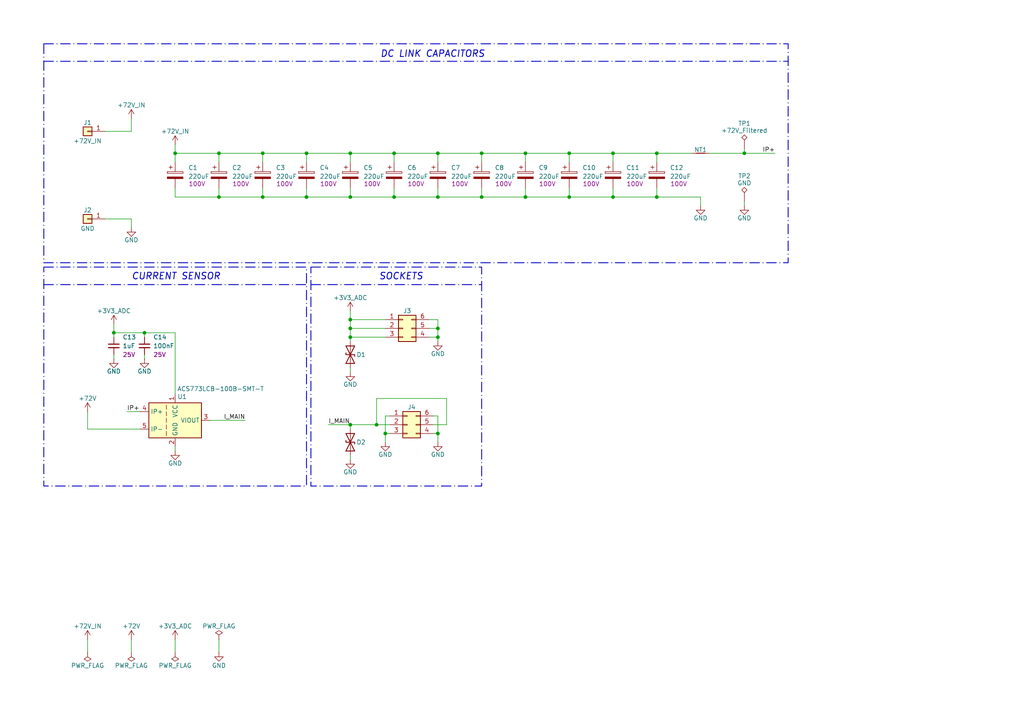
<source format=kicad_sch>
(kicad_sch (version 20231120) (generator "eeschema") (generator_version "8.0")
  (paper "A4")
  (lib_symbols
    (symbol "Connector:TestPoint_Alt" (pin_numbers hide) (pin_names (offset 0.762) hide)
      (property "Reference" "TP" (at 0 6.858 0))
      (property "Value" "TestPoint_Alt" (at 0 5.08 0))
      (symbol "TestPoint_Alt_0_1"
        (polyline (pts (xy 0 2.54) (xy -0.762 3.302) (xy 0 4.064) (xy 0.762 3.302) (xy 0 2.54)))
      )
      (symbol "TestPoint_Alt_1_1"
        (pin passive line (at 0 0 90) (length 2.54) (name "1") (number "1"))
      )
    )
    (symbol "Connector_Generic:Conn_01x01" (pin_names (offset 1.016) hide)
      (property "Reference" "J" (at 0 2.54 0))
      (property "Value" "Conn_01x01" (at 0 -2.54 0))
      (symbol "Conn_01x01_1_1"
        (rectangle (start -1.27 0.127) (end 0 -0.127) (stroke (width 0.1524)))
        (rectangle (start -1.27 1.27) (end 1.27 -1.27) (stroke (width 0.254)) (fill (type background)))
        (pin passive line (at -5.08 0 0) (length 3.81) (name "Pin_1") (number "1"))
      )
    )
    (symbol "Connector_Generic:Conn_02x03_Counter_Clockwise" (pin_names (offset 1.016) hide)
      (property "Reference" "J" (at 1.27 5.08 0))
      (property "Value" "Conn_02x03_Counter_Clockwise" (at 1.27 -5.08 0))
      (symbol "Conn_02x03_Counter_Clockwise_1_1"
        (rectangle (start -1.27 -2.413) (end 0 -2.667) (stroke (width 0.1524)))
        (rectangle (start -1.27 0.127) (end 0 -0.127) (stroke (width 0.1524)))
        (rectangle (start -1.27 2.667) (end 0 2.413) (stroke (width 0.1524)))
        (rectangle (start -1.27 3.81) (end 3.81 -3.81) (stroke (width 0.254)) (fill (type background)))
        (rectangle (start 3.81 -2.413) (end 2.54 -2.667) (stroke (width 0.1524)))
        (rectangle (start 3.81 0.127) (end 2.54 -0.127) (stroke (width 0.1524)))
        (rectangle (start 3.81 2.667) (end 2.54 2.413) (stroke (width 0.1524)))
        (pin passive line (at -5.08 2.54 0) (length 3.81) (name "Pin_1") (number "1"))
        (pin passive line (at -5.08 0 0) (length 3.81) (name "Pin_2") (number "2"))
        (pin passive line (at -5.08 -2.54 0) (length 3.81) (name "Pin_3") (number "3"))
        (pin passive line (at 7.62 -2.54 180) (length 3.81) (name "Pin_4") (number "4"))
        (pin passive line (at 7.62 0 180) (length 3.81) (name "Pin_5") (number "5"))
        (pin passive line (at 7.62 2.54 180) (length 3.81) (name "Pin_6") (number "6"))
      )
    )
    (symbol "Device:C_Polarized" (pin_numbers hide) (pin_names (offset 0.254))
      (property "Reference" "C" (at 0.635 2.54 0))
      (property "Value" "C_Polarized" (at 0.635 -2.54 0))
      (symbol "C_Polarized_0_1"
        (rectangle (start -2.286 0.508) (end 2.286 1.016))
        (polyline (pts (xy -1.778 2.286) (xy -0.762 2.286)))
        (polyline (pts (xy -1.27 2.794) (xy -1.27 1.778)))
        (rectangle (start 2.286 -0.508) (end -2.286 -1.016) (fill (type outline)))
      )
      (symbol "C_Polarized_1_1"
        (pin passive line (at 0 3.81 270) (length 2.794) (name "~") (number "1"))
        (pin passive line (at 0 -3.81 90) (length 2.794) (name "~") (number "2"))
      )
    )
    (symbol "Device:C_Small" (pin_numbers hide) (pin_names (offset 0.254) hide)
      (property "Reference" "C" (at 0.254 1.778 0))
      (property "Value" "C_Small" (at 0.254 -2.032 0))
      (symbol "C_Small_0_1"
        (polyline (pts (xy -1.524 -0.508) (xy 1.524 -0.508)) (stroke (width 0.3302)))
        (polyline (pts (xy -1.524 0.508) (xy 1.524 0.508)) (stroke (width 0.3048)))
      )
      (symbol "C_Small_1_1"
        (pin passive line (at 0 2.54 270) (length 2.032) (name "~") (number "1"))
        (pin passive line (at 0 -2.54 90) (length 2.032) (name "~") (number "2"))
      )
    )
    (symbol "Device:D_TVS" (pin_numbers hide) (pin_names (offset 1.016) hide)
      (property "Reference" "D" (at 0 2.54 0))
      (property "Value" "D_TVS" (at 0 -2.54 0))
      (symbol "D_TVS_0_1"
        (polyline (pts (xy 1.27 0) (xy -1.27 0)))
        (polyline (pts (xy 0.508 1.27) (xy 0 1.27) (xy 0 -1.27) (xy -0.508 -1.27)) (stroke (width 0.254)))
        (polyline (pts (xy -2.54 1.27) (xy -2.54 -1.27) (xy 2.54 1.27) (xy 2.54 -1.27) (xy -2.54 1.27)) (stroke (width 0.254)))
      )
      (symbol "D_TVS_1_1"
        (pin passive line (at -3.81 0 0) (length 2.54) (name "A1") (number "1"))
        (pin passive line (at 3.81 0 180) (length 2.54) (name "A2") (number "2"))
      )
    )
    (symbol "Device:NetTie_2" (pin_numbers hide) (pin_names (offset 0) hide) (in_bom no)
      (property "Reference" "NT" (at 0 1.27 0))
      (property "Value" "NetTie_2" (at 0 -1.27 0))
      (symbol "NetTie_2_0_1"
        (polyline (pts (xy -1.27 0) (xy 1.27 0)) (stroke (width 0.254)))
      )
      (symbol "NetTie_2_1_1"
        (pin passive line (at -2.54 0 0) (length 2.54) (name "1") (number "1"))
        (pin passive line (at 2.54 0 180) (length 2.54) (name "2") (number "2"))
      )
    )
    (symbol "Sensor_Current:ACS770xCB-100U-PSF"
      (property "Reference" "U" (at -7.62 6.35 0))
      (property "Value" "ACS770xCB-100U-PSF" (at 2.54 6.35 0))
      (symbol "ACS770xCB-100U-PSF_0_1"
        (rectangle (start -7.62 5.08) (end 7.62 -5.08) (stroke (width 0.254)) (fill (type background)))
        (polyline (pts (xy -2.54 -3.175) (xy -2.54 -4.445)))
        (polyline (pts (xy -2.54 -1.27) (xy -2.54 -2.54)))
        (polyline (pts (xy -2.54 0.635) (xy -2.54 -0.635)))
        (polyline (pts (xy -2.54 1.27) (xy -2.54 2.54)))
        (polyline (pts (xy -2.54 3.175) (xy -2.54 4.445)))
      )
      (symbol "ACS770xCB-100U-PSF_1_1"
        (pin power_in line (at 0 7.62 270) (length 2.54) (name "VCC") (number "1"))
        (pin power_in line (at 0 -7.62 90) (length 2.54) (name "GND") (number "2"))
        (pin output line (at 10.16 0 180) (length 2.54) (name "VIOUT") (number "3"))
        (pin passive line (at -10.16 2.54 0) (length 2.54) (name "IP+") (number "4"))
        (pin passive line (at -10.16 -2.54 0) (length 2.54) (name "IP-") (number "5"))
      )
    )
    (symbol "power:GND" (power) (pin_numbers hide) (pin_names (offset 0) hide)
      (property "Value" "GND" (at 0 -3.81 0))
      (symbol "GND_0_1"
        (polyline (pts (xy 0 0) (xy 0 -1.27) (xy 1.27 -1.27) (xy 0 -2.54) (xy -1.27 -1.27) (xy 0 -1.27)))
      )
      (symbol "GND_1_1"
        (pin power_in line (at 0 0 270) (length 0) (name "~") (number "1"))
      )
    )
    (symbol "power:PWR_FLAG" (power) (pin_numbers hide) (pin_names (offset 0) hide)
      (property "Value" "PWR_FLAG" (at 0 3.81 0))
      (symbol "PWR_FLAG_0_0"
        (pin power_out line (at 0 0 90) (length 0) (name "~") (number "1"))
      )
      (symbol "PWR_FLAG_0_1"
        (polyline (pts (xy 0 0) (xy 0 1.27) (xy -1.016 1.905) (xy 0 2.54) (xy 1.016 1.905) (xy 0 1.27)))
      )
    )
    (symbol "power:VCC" (power) (pin_numbers hide) (pin_names (offset 0) hide)
      (property "Value" "VCC" (at 0 3.556 0))
      (symbol "VCC_0_1"
        (polyline (pts (xy -0.762 1.27) (xy 0 2.54)))
        (polyline (pts (xy 0 0) (xy 0 2.54)))
        (polyline (pts (xy 0 2.54) (xy 0.762 1.27)))
      )
      (symbol "VCC_1_1"
        (pin power_in line (at 0 0 90) (length 0) (name "~") (number "1"))
      )
    )
  )
  (junction (at 101.6 95.25))
  (junction (at 152.4 44.45))
  (junction (at 152.4 57.15))
  (junction (at 101.6 44.45))
  (junction (at 114.3 44.45))
  (junction (at 127 97.79))
  (junction (at 101.6 57.15))
  (junction (at 111.76 125.73))
  (junction (at 63.5 57.15))
  (junction (at 165.1 57.15))
  (junction (at 76.2 57.15))
  (junction (at 109.22 123.19))
  (junction (at 127 57.15))
  (junction (at 127 125.73))
  (junction (at 127 44.45))
  (junction (at 63.5 44.45))
  (junction (at 76.2 44.45))
  (junction (at 114.3 57.15))
  (junction (at 165.1 44.45))
  (junction (at 50.8 44.45))
  (junction (at 190.5 44.45))
  (junction (at 101.6 123.19))
  (junction (at 101.6 92.71))
  (junction (at 88.9 44.45))
  (junction (at 33.02 96.52))
  (junction (at 88.9 57.15))
  (junction (at 177.8 57.15))
  (junction (at 41.91 96.52))
  (junction (at 139.7 57.15))
  (junction (at 215.9 44.45))
  (junction (at 190.5 57.15))
  (junction (at 139.7 44.45))
  (junction (at 101.6 97.79))
  (junction (at 177.8 44.45))
  (junction (at 127 95.25))
  (wire (pts (xy 127 120.65) (xy 127 125.73)))
  (wire (pts (xy 127 99.06) (xy 127 97.79)))
  (wire (pts (xy 33.02 102.87) (xy 33.02 104.14)))
  (polyline (pts (xy 12.7 17.78) (xy 228.6 17.78)) (stroke (width 0.254) (type dash_dot)))
  (wire (pts (xy 50.8 46.99) (xy 50.8 44.45)))
  (wire (pts (xy 33.02 96.52) (xy 33.02 93.98)))
  (wire (pts (xy 50.8 129.54) (xy 50.8 130.81)))
  (wire (pts (xy 113.03 120.65) (xy 111.76 120.65)))
  (wire (pts (xy 88.9 44.45) (xy 101.6 44.45)))
  (wire (pts (xy 88.9 57.15) (xy 76.2 57.15)))
  (wire (pts (xy 203.2 57.15) (xy 203.2 59.69)))
  (wire (pts (xy 152.4 57.15) (xy 139.7 57.15)))
  (wire (pts (xy 177.8 44.45) (xy 190.5 44.45)))
  (wire (pts (xy 129.54 123.19) (xy 125.73 123.19)))
  (wire (pts (xy 139.7 57.15) (xy 127 57.15)))
  (wire (pts (xy 127 92.71) (xy 127 95.25)))
  (wire (pts (xy 36.83 119.38) (xy 40.64 119.38)))
  (wire (pts (xy 139.7 54.61) (xy 139.7 57.15)))
  (wire (pts (xy 127 44.45) (xy 127 46.99)))
  (wire (pts (xy 190.5 57.15) (xy 203.2 57.15)))
  (wire (pts (xy 76.2 54.61) (xy 76.2 57.15)))
  (polyline (pts (xy 90.17 82.55) (xy 139.7 82.55)) (stroke (width 0.254) (type dash_dot)))
  (wire (pts (xy 152.4 54.61) (xy 152.4 57.15)))
  (wire (pts (xy 114.3 44.45) (xy 127 44.45)))
  (wire (pts (xy 139.7 44.45) (xy 139.7 46.99)))
  (wire (pts (xy 101.6 92.71) (xy 101.6 95.25)))
  (wire (pts (xy 76.2 44.45) (xy 76.2 46.99)))
  (wire (pts (xy 76.2 44.45) (xy 88.9 44.45)))
  (wire (pts (xy 101.6 44.45) (xy 101.6 46.99)))
  (wire (pts (xy 63.5 44.45) (xy 76.2 44.45)))
  (wire (pts (xy 101.6 123.19) (xy 101.6 124.46)))
  (wire (pts (xy 88.9 44.45) (xy 88.9 46.99)))
  (wire (pts (xy 152.4 44.45) (xy 165.1 44.45)))
  (wire (pts (xy 50.8 96.52) (xy 50.8 114.3)))
  (wire (pts (xy 101.6 54.61) (xy 101.6 57.15)))
  (wire (pts (xy 165.1 57.15) (xy 177.8 57.15)))
  (wire (pts (xy 111.76 120.65) (xy 111.76 125.73)))
  (wire (pts (xy 190.5 54.61) (xy 190.5 57.15)))
  (wire (pts (xy 25.4 119.38) (xy 25.4 124.46)))
  (wire (pts (xy 114.3 57.15) (xy 101.6 57.15)))
  (wire (pts (xy 63.5 44.45) (xy 63.5 46.99)))
  (wire (pts (xy 50.8 189.23) (xy 50.8 185.42)))
  (wire (pts (xy 101.6 97.79) (xy 111.76 97.79)))
  (wire (pts (xy 63.5 57.15) (xy 50.8 57.15)))
  (wire (pts (xy 125.73 120.65) (xy 127 120.65)))
  (wire (pts (xy 127 44.45) (xy 139.7 44.45)))
  (wire (pts (xy 215.9 58.42) (xy 215.9 59.69)))
  (wire (pts (xy 101.6 95.25) (xy 101.6 97.79)))
  (wire (pts (xy 109.22 115.57) (xy 109.22 123.19)))
  (wire (pts (xy 127 57.15) (xy 114.3 57.15)))
  (wire (pts (xy 127 125.73) (xy 125.73 125.73)))
  (wire (pts (xy 215.9 44.45) (xy 224.79 44.45)))
  (wire (pts (xy 38.1 189.23) (xy 38.1 185.42)))
  (wire (pts (xy 63.5 185.42) (xy 63.5 189.23)))
  (wire (pts (xy 101.6 90.17) (xy 101.6 92.71)))
  (wire (pts (xy 76.2 57.15) (xy 63.5 57.15)))
  (wire (pts (xy 124.46 92.71) (xy 127 92.71)))
  (wire (pts (xy 152.4 44.45) (xy 152.4 46.99)))
  (polyline (pts (xy 12.7 82.55) (xy 88.9 82.55)) (stroke (width 0.254) (type dash_dot)))
  (wire (pts (xy 25.4 189.23) (xy 25.4 185.42)))
  (wire (pts (xy 190.5 44.45) (xy 200.66 44.45)))
  (wire (pts (xy 101.6 97.79) (xy 101.6 99.06)))
  (wire (pts (xy 41.91 96.52) (xy 50.8 96.52)))
  (wire (pts (xy 124.46 95.25) (xy 127 95.25)))
  (wire (pts (xy 101.6 95.25) (xy 111.76 95.25)))
  (wire (pts (xy 38.1 38.1) (xy 30.48 38.1)))
  (wire (pts (xy 101.6 57.15) (xy 88.9 57.15)))
  (wire (pts (xy 88.9 54.61) (xy 88.9 57.15)))
  (wire (pts (xy 41.91 96.52) (xy 41.91 97.79)))
  (wire (pts (xy 95.25 123.19) (xy 101.6 123.19)))
  (wire (pts (xy 215.9 43.18) (xy 215.9 44.45)))
  (wire (pts (xy 124.46 97.79) (xy 127 97.79)))
  (wire (pts (xy 129.54 115.57) (xy 109.22 115.57)))
  (wire (pts (xy 101.6 123.19) (xy 109.22 123.19)))
  (wire (pts (xy 60.96 121.92) (xy 71.12 121.92)))
  (wire (pts (xy 127 95.25) (xy 127 97.79)))
  (wire (pts (xy 101.6 132.08) (xy 101.6 133.35)))
  (wire (pts (xy 127 54.61) (xy 127 57.15)))
  (wire (pts (xy 190.5 44.45) (xy 190.5 46.99)))
  (wire (pts (xy 177.8 44.45) (xy 177.8 46.99)))
  (wire (pts (xy 33.02 96.52) (xy 33.02 97.79)))
  (wire (pts (xy 139.7 44.45) (xy 152.4 44.45)))
  (wire (pts (xy 50.8 54.61) (xy 50.8 57.15)))
  (wire (pts (xy 41.91 102.87) (xy 41.91 104.14)))
  (wire (pts (xy 30.48 63.5) (xy 38.1 63.5)))
  (wire (pts (xy 111.76 125.73) (xy 113.03 125.73)))
  (wire (pts (xy 50.8 44.45) (xy 63.5 44.45)))
  (wire (pts (xy 33.02 96.52) (xy 41.91 96.52)))
  (wire (pts (xy 114.3 54.61) (xy 114.3 57.15)))
  (wire (pts (xy 165.1 44.45) (xy 165.1 46.99)))
  (wire (pts (xy 165.1 44.45) (xy 177.8 44.45)))
  (wire (pts (xy 101.6 92.71) (xy 111.76 92.71)))
  (wire (pts (xy 205.74 44.45) (xy 215.9 44.45)))
  (wire (pts (xy 114.3 44.45) (xy 114.3 46.99)))
  (wire (pts (xy 109.22 123.19) (xy 113.03 123.19)))
  (wire (pts (xy 50.8 44.45) (xy 50.8 41.91)))
  (wire (pts (xy 152.4 57.15) (xy 165.1 57.15)))
  (wire (pts (xy 129.54 123.19) (xy 129.54 115.57)))
  (wire (pts (xy 101.6 106.68) (xy 101.6 107.95)))
  (wire (pts (xy 25.4 124.46) (xy 40.64 124.46)))
  (wire (pts (xy 111.76 125.73) (xy 111.76 128.27)))
  (wire (pts (xy 127 125.73) (xy 127 128.27)))
  (wire (pts (xy 63.5 54.61) (xy 63.5 57.15)))
  (wire (pts (xy 38.1 63.5) (xy 38.1 66.04)))
  (wire (pts (xy 177.8 57.15) (xy 190.5 57.15)))
  (wire (pts (xy 38.1 34.29) (xy 38.1 38.1)))
  (wire (pts (xy 177.8 54.61) (xy 177.8 57.15)))
  (wire (pts (xy 101.6 44.45) (xy 114.3 44.45)))
  (wire (pts (xy 165.1 54.61) (xy 165.1 57.15)))
  (rectangle (start 12.7 12.7) (end 228.6 76.2) (stroke (width 0.254) (type dash_dot)))
  (rectangle (start 12.7 77.47) (end 88.9 140.97) (stroke (width 0.254) (type dash_dot)))
  (rectangle (start 90.17 77.47) (end 139.7 140.97) (stroke (width 0.254) (type dash_dot)))
  (text "SOCKETS" (at 116.332 80.264 0) (effects (font (size 1.905 1.905) (thickness 0.254) (bold yes) (italic yes))))
  (text "DC LINK CAPACITORS" (at 125.476 15.748 0) (effects (font (size 1.905 1.905) (thickness 0.254) (bold yes) (italic yes))))
  (text "CURRENT SENSOR" (at 51.054 80.264 0) (effects (font (size 1.905 1.905) (thickness 0.254) (bold yes) (italic yes))))
  (label "I_MAIN" (at 71.12 121.92 180))
  (label "IP+" (at 224.79 44.45 180))
  (label "IP+" (at 36.83 119.38 0))
  (label "I_MAIN" (at 95.25 123.19 0))
  (symbol (lib_id "power:PWR_FLAG") (at 25.4 189.23 180) (unit 1)
    (property "Reference" "#FLG01" (effects (hide yes)))
    (property "Value" "PWR_FLAG" (at 25.4 193.04 0))
    (property "Description" "Special symbol for telling ERC where power comes from" (effects (hide yes)))
  )
  (symbol (lib_id "Device:C_Polarized") (at 101.6 50.8 0) (unit 1)
    (property "Reference" "C5" (at 105.41 48.6409 0) (effects (justify left)))
    (property "Value" "220uF" (at 105.41 51.1809 0) (effects (justify left)))
    (property "Footprint" "Capacitor_THT:C_Radial_D12.5mm_H25.0mm_P5.00mm" (effects (hide yes)))
    (property "Description" "Polarized capacitor" (effects (hide yes)))
    (property "Link" "https://ozdisan.com/pasif-komponentler/kapasitorler/aluminyum-kapasitorler/PKLH-100V221MH250-TA5-0/499949" (effects (hide yes)))
    (property "Mfr.No" "PKLH-100V221MH250-T/A5.0" (effects (hide yes)))
    (property "Voltage" "100V" (at 107.95 53.34 0))
  )
  (symbol (lib_id "power:VCC") (at 50.8 41.91 0) (unit 1)
    (property "Reference" "#PWR06" (effects (hide yes)))
    (property "Value" "+72V_IN" (at 50.8 38.1 0))
    (property "Description" "Power symbol creates a global label with name \"VCC\"" (effects (hide yes)))
  )
  (symbol (lib_id "Device:C_Polarized") (at 127 50.8 0) (unit 1)
    (property "Reference" "C7" (at 130.81 48.6409 0) (effects (justify left)))
    (property "Value" "220uF" (at 130.81 51.1809 0) (effects (justify left)))
    (property "Footprint" "Capacitor_THT:C_Radial_D12.5mm_H25.0mm_P5.00mm" (effects (hide yes)))
    (property "Description" "Polarized capacitor" (effects (hide yes)))
    (property "Link" "https://ozdisan.com/pasif-komponentler/kapasitorler/aluminyum-kapasitorler/PKLH-100V221MH250-TA5-0/499949" (effects (hide yes)))
    (property "Mfr.No" "PKLH-100V221MH250-T/A5.0" (effects (hide yes)))
    (property "Voltage" "100V" (at 133.35 53.34 0))
  )
  (symbol (lib_id "Device:C_Small") (at 33.02 100.33 0) (unit 1)
    (property "Reference" "C13" (at 35.56 97.79 0) (effects (justify left)))
    (property "Value" "1uF" (at 35.56 100.33 0) (effects (justify left)))
    (property "Footprint" "Capacitor_SMD:C_0603_1608Metric" (effects (hide yes)))
    (property "Description" "Unpolarized capacitor, small symbol" (effects (hide yes)))
    (property "Link" "https://ozdisan.com/pasif-komponentler/kapasitorler/smt-smd-ve-mlcc-kapasitorler/MCF03KTB250105/1057179" (effects (hide yes)))
    (property "Mfr.No" "MCF03KTB250105" (effects (hide yes)))
    (property "Voltage" "25V" (at 35.56 102.87 0) (effects (justify left)))
  )
  (symbol (lib_id "power:PWR_FLAG") (at 38.1 189.23 180) (unit 1)
    (property "Reference" "#FLG02" (effects (hide yes)))
    (property "Value" "PWR_FLAG" (at 38.1 193.04 0))
    (property "Description" "Special symbol for telling ERC where power comes from" (effects (hide yes)))
  )
  (symbol (lib_id "power:GND") (at 203.2 59.69 0) (unit 1)
    (property "Reference" "#PWR07" (effects (hide yes)))
    (property "Value" "GND" (at 203.2 63.246 0))
    (property "Description" "Power symbol creates a global label with name \"GND\" , ground" (effects (hide yes)))
  )
  (symbol (lib_id "power:GND") (at 215.9 59.69 0) (unit 1)
    (property "Reference" "#PWR08" (effects (hide yes)))
    (property "Value" "GND" (at 215.9 63.246 0))
    (property "Description" "Power symbol creates a global label with name \"GND\" , ground" (effects (hide yes)))
  )
  (symbol (lib_id "Connector_Generic:Conn_02x03_Counter_Clockwise") (at 118.11 123.19 0) (unit 1)
    (property "Reference" "J4" (at 119.38 118.11 0))
    (property "Value" "Conn_02x03_Counter_Clockwise" (effects (hide yes)))
    (property "Footprint" "Connector_PinSocket_2.54mm:PinSocket_2x03_P2.54mm_Vertical_SMD" (effects (hide yes)))
    (property "Description" "Generic connector, double row, 02x03, counter clockwise pin numbering scheme (similar to DIP package numbering), script generated (kicad-library-utils/schlib/autogen/connector/)" (effects (hide yes)))
  )
  (symbol (lib_id "power:GND") (at 127 128.27 0) (unit 1)
    (property "Reference" "#PWR020" (effects (hide yes)))
    (property "Value" "GND" (at 127 131.826 0))
    (property "Description" "Power symbol creates a global label with name \"GND\" , ground" (effects (hide yes)))
  )
  (symbol (lib_id "power:PWR_FLAG") (at 50.8 189.23 180) (unit 1)
    (property "Reference" "#FLG04" (effects (hide yes)))
    (property "Value" "PWR_FLAG" (at 50.8 193.04 0))
    (property "Description" "Special symbol for telling ERC where power comes from" (effects (hide yes)))
  )
  (symbol (lib_id "Device:D_TVS") (at 101.6 102.87 90) (unit 1)
    (property "Reference" "D1" (at 103.378 102.87 90) (effects (justify right)))
    (property "Value" "PESD3V3Y1BSFYL" (effects (hide yes)))
    (property "Footprint" "My_Footprint_Lib:DSN-0603-2" (effects (hide yes)))
    (property "Datasheet" "https://www.mouser.com.tr/datasheet/2/1057/PS1203_D32-3498647.pdf" (effects (hide yes)))
    (property "Description" "Transient Voltage Suppression Diodes - TVS Low Capacitance ESD Protection" (effects (hide yes)))
    (property "Link" "https://www.mouser.com.tr/ProductDetail/Nexperia/PESD3V3Y1BSFYL?qs=sGAEpiMZZMsItbzKdwyIe%252Bgj7Z%252BBsubrXF9t3id8PLoK%252BKVUR7Td%252Bg%3D%3D" (effects (hide yes)))
    (property "Mfr.No" "PESD3V3Y1BSFYL" (effects (hide yes)))
  )
  (symbol (lib_id "Connector_Generic:Conn_01x01") (at 25.4 38.1 0) (mirror y) (unit 1)
    (property "Reference" "J1" (at 25.4 35.56 0))
    (property "Value" "+72V_IN" (at 25.4 40.894 0))
    (property "Footprint" "TerminalBlock_Wuerth:Wuerth_REDCUBE-THR_WP-THRSH_74651195_THR" (effects (hide yes)))
    (property "Description" "Generic connector, single row, 01x01, script generated (kicad-library-utils/schlib/autogen/connector/)" (effects (hide yes)))
    (property "Link" "https://www.mouser.com.tr/ProductDetail/Wurth-Elektronik/74651195R?qs=lBTPRtX1sU%252BvmxiYHcgAuw%3D%3D" (effects (hide yes)))
    (property "Mfr.No" "74651195R" (effects (hide yes)))
  )
  (symbol (lib_id "Device:C_Polarized") (at 165.1 50.8 0) (unit 1)
    (property "Reference" "C10" (at 168.91 48.6409 0) (effects (justify left)))
    (property "Value" "220uF" (at 168.91 51.1809 0) (effects (justify left)))
    (property "Footprint" "Capacitor_THT:C_Radial_D12.5mm_H25.0mm_P5.00mm" (effects (hide yes)))
    (property "Description" "Polarized capacitor" (effects (hide yes)))
    (property "Link" "https://ozdisan.com/pasif-komponentler/kapasitorler/aluminyum-kapasitorler/PKLH-100V221MH250-TA5-0/499949" (effects (hide yes)))
    (property "Mfr.No" "PKLH-100V221MH250-T/A5.0" (effects (hide yes)))
    (property "Voltage" "100V" (at 171.45 53.34 0))
  )
  (symbol (lib_id "Device:C_Polarized") (at 50.8 50.8 0) (unit 1)
    (property "Reference" "C1" (at 54.61 48.6409 0) (effects (justify left)))
    (property "Value" "220uF" (at 54.61 51.1809 0) (effects (justify left)))
    (property "Footprint" "Capacitor_THT:C_Radial_D12.5mm_H25.0mm_P5.00mm" (effects (hide yes)))
    (property "Description" "Polarized capacitor" (effects (hide yes)))
    (property "Link" "https://ozdisan.com/pasif-komponentler/kapasitorler/aluminyum-kapasitorler/PKLH-100V221MH250-TA5-0/499949" (effects (hide yes)))
    (property "Mfr.No" "PKLH-100V221MH250-T/A5.0" (effects (hide yes)))
    (property "Voltage" "100V" (at 57.15 53.34 0))
  )
  (symbol (lib_id "power:VCC") (at 25.4 119.38 0) (unit 1)
    (property "Reference" "#PWR09" (effects (hide yes)))
    (property "Value" "+72V" (at 25.4 115.57 0))
    (property "Description" "Power symbol creates a global label with name \"VCC\"" (effects (hide yes)))
  )
  (symbol (lib_id "power:GND") (at 101.6 133.35 0) (unit 1)
    (property "Reference" "#PWR017" (effects (hide yes)))
    (property "Value" "GND" (at 101.6 136.906 0))
    (property "Description" "Power symbol creates a global label with name \"GND\" , ground" (effects (hide yes)))
  )
  (symbol (lib_id "Device:C_Polarized") (at 139.7 50.8 0) (unit 1)
    (property "Reference" "C8" (at 143.51 48.6409 0) (effects (justify left)))
    (property "Value" "220uF" (at 143.51 51.1809 0) (effects (justify left)))
    (property "Footprint" "Capacitor_THT:C_Radial_D12.5mm_H25.0mm_P5.00mm" (effects (hide yes)))
    (property "Description" "Polarized capacitor" (effects (hide yes)))
    (property "Link" "https://ozdisan.com/pasif-komponentler/kapasitorler/aluminyum-kapasitorler/PKLH-100V221MH250-TA5-0/499949" (effects (hide yes)))
    (property "Mfr.No" "PKLH-100V221MH250-T/A5.0" (effects (hide yes)))
    (property "Voltage" "100V" (at 146.05 53.34 0))
  )
  (symbol (lib_id "Device:C_Polarized") (at 114.3 50.8 0) (unit 1)
    (property "Reference" "C6" (at 118.11 48.6409 0) (effects (justify left)))
    (property "Value" "220uF" (at 118.11 51.1809 0) (effects (justify left)))
    (property "Footprint" "Capacitor_THT:C_Radial_D12.5mm_H25.0mm_P5.00mm" (effects (hide yes)))
    (property "Description" "Polarized capacitor" (effects (hide yes)))
    (property "Link" "https://ozdisan.com/pasif-komponentler/kapasitorler/aluminyum-kapasitorler/PKLH-100V221MH250-TA5-0/499949" (effects (hide yes)))
    (property "Mfr.No" "PKLH-100V221MH250-T/A5.0" (effects (hide yes)))
    (property "Voltage" "100V" (at 120.65 53.34 0))
  )
  (symbol (lib_id "Connector:TestPoint_Alt") (at 215.9 58.42 0) (unit 1)
    (property "Reference" "TP2" (at 215.9 51.054 0))
    (property "Value" "GND" (at 215.9 53.086 0))
    (property "Footprint" "TestPoint:TestPoint_Loop_D2.50mm_Drill1.0mm_LowProfile" (effects (hide yes)))
    (property "Description" "test point (alternative shape)" (effects (hide yes)))
  )
  (symbol (lib_id "power:GND") (at 127 99.06 0) (unit 1)
    (property "Reference" "#PWR018" (effects (hide yes)))
    (property "Value" "GND" (at 127 102.616 0))
    (property "Description" "Power symbol creates a global label with name \"GND\" , ground" (effects (hide yes)))
  )
  (symbol (lib_id "Connector:TestPoint_Alt") (at 215.9 43.18 0) (unit 1)
    (property "Reference" "TP1" (at 215.9 35.814 0))
    (property "Value" "+72V_Filtered" (at 215.9 37.846 0))
    (property "Footprint" "TestPoint:TestPoint_Loop_D2.50mm_Drill1.0mm_LowProfile" (effects (hide yes)))
    (property "Description" "test point (alternative shape)" (effects (hide yes)))
  )
  (symbol (lib_id "Device:C_Polarized") (at 190.5 50.8 0) (unit 1)
    (property "Reference" "C12" (at 194.31 48.6409 0) (effects (justify left)))
    (property "Value" "220uF" (at 194.31 51.1809 0) (effects (justify left)))
    (property "Footprint" "Capacitor_THT:C_Radial_D12.5mm_H25.0mm_P5.00mm" (effects (hide yes)))
    (property "Description" "Polarized capacitor" (effects (hide yes)))
    (property "Link" "https://ozdisan.com/pasif-komponentler/kapasitorler/aluminyum-kapasitorler/PKLH-100V221MH250-TA5-0/499949" (effects (hide yes)))
    (property "Mfr.No" "PKLH-100V221MH250-T/A5.0" (effects (hide yes)))
    (property "Voltage" "100V" (at 196.85 53.34 0))
  )
  (symbol (lib_id "Device:C_Polarized") (at 76.2 50.8 0) (unit 1)
    (property "Reference" "C3" (at 80.01 48.6409 0) (effects (justify left)))
    (property "Value" "220uF" (at 80.01 51.1809 0) (effects (justify left)))
    (property "Footprint" "Capacitor_THT:C_Radial_D12.5mm_H25.0mm_P5.00mm" (effects (hide yes)))
    (property "Description" "Polarized capacitor" (effects (hide yes)))
    (property "Link" "https://ozdisan.com/pasif-komponentler/kapasitorler/aluminyum-kapasitorler/PKLH-100V221MH250-TA5-0/499949" (effects (hide yes)))
    (property "Mfr.No" "PKLH-100V221MH250-T/A5.0" (effects (hide yes)))
    (property "Voltage" "100V" (at 82.55 53.34 0))
  )
  (symbol (lib_id "power:VCC") (at 38.1 34.29 0) (unit 1)
    (property "Reference" "#PWR03" (effects (hide yes)))
    (property "Value" "+72V_IN" (at 38.1 30.48 0))
    (property "Description" "Power symbol creates a global label with name \"VCC\"" (effects (hide yes)))
  )
  (symbol (lib_id "Device:D_TVS") (at 101.6 128.27 90) (unit 1)
    (property "Reference" "D2" (at 103.378 128.27 90) (effects (justify right)))
    (property "Value" "PESD3V3Y1BSFYL" (effects (hide yes)))
    (property "Footprint" "My_Footprint_Lib:DSN-0603-2" (effects (hide yes)))
    (property "Datasheet" "https://www.mouser.com.tr/datasheet/2/1057/PS1203_D32-3498647.pdf" (effects (hide yes)))
    (property "Description" "Transient Voltage Suppression Diodes - TVS Low Capacitance ESD Protection" (effects (hide yes)))
    (property "Link" "https://www.mouser.com.tr/ProductDetail/Nexperia/PESD3V3Y1BSFYL?qs=sGAEpiMZZMsItbzKdwyIe%252Bgj7Z%252BBsubrXF9t3id8PLoK%252BKVUR7Td%252Bg%3D%3D" (effects (hide yes)))
    (property "Mfr.No" "PESD3V3Y1BSFYL" (effects (hide yes)))
  )
  (symbol (lib_id "power:GND") (at 33.02 104.14 0) (unit 1)
    (property "Reference" "#PWR013" (effects (hide yes)))
    (property "Value" "GND" (at 33.02 107.696 0))
    (property "Description" "Power symbol creates a global label with name \"GND\" , ground" (effects (hide yes)))
  )
  (symbol (lib_id "power:GND") (at 63.5 189.23 0) (unit 1)
    (property "Reference" "#PWR05" (effects (hide yes)))
    (property "Value" "GND" (at 63.5 193.04 0))
    (property "Description" "Power symbol creates a global label with name \"GND\" , ground" (effects (hide yes)))
  )
  (symbol (lib_id "power:GND") (at 50.8 130.81 0) (unit 1)
    (property "Reference" "#PWR012" (effects (hide yes)))
    (property "Value" "GND" (at 50.8 134.366 0))
    (property "Description" "Power symbol creates a global label with name \"GND\" , ground" (effects (hide yes)))
  )
  (symbol (lib_id "power:GND") (at 111.76 128.27 0) (unit 1)
    (property "Reference" "#PWR019" (effects (hide yes)))
    (property "Value" "GND" (at 111.76 131.826 0))
    (property "Description" "Power symbol creates a global label with name \"GND\" , ground" (effects (hide yes)))
  )
  (symbol (lib_id "power:VCC") (at 38.1 185.42 0) (unit 1)
    (property "Reference" "#PWR02" (effects (hide yes)))
    (property "Value" "+72V" (at 38.1 181.61 0))
    (property "Description" "Power symbol creates a global label with name \"VCC\"" (effects (hide yes)))
  )
  (symbol (lib_id "Device:C_Small") (at 41.91 100.33 0) (unit 1)
    (property "Reference" "C14" (at 44.45 97.79 0) (effects (justify left)))
    (property "Value" "100nF" (at 44.45 100.33 0) (effects (justify left)))
    (property "Footprint" "Capacitor_SMD:C_0603_1608Metric" (effects (hide yes)))
    (property "Description" "Unpolarized capacitor, small symbol" (effects (hide yes)))
    (property "Link" "https://ozdisan.com/pasif-komponentler/kapasitorler/smt-smd-ve-mlcc-kapasitorler/MCF03KTB250104/1057180" (effects (hide yes)))
    (property "Mfr.No" "MCF03KTB250104" (effects (hide yes)))
    (property "Voltage" "25V" (at 44.45 102.87 0) (effects (justify left)))
  )
  (symbol (lib_id "power:VCC") (at 101.6 90.17 0) (unit 1)
    (property "Reference" "#PWR015" (effects (hide yes)))
    (property "Value" "+3V3_ADC" (at 101.6 86.36 0))
    (property "Description" "Power symbol creates a global label with name \"VCC\"" (effects (hide yes)))
  )
  (symbol (lib_id "Connector_Generic:Conn_01x01") (at 25.4 63.5 0) (mirror y) (unit 1)
    (property "Reference" "J2" (at 25.4 60.96 0))
    (property "Value" "GND" (at 25.4 66.294 0))
    (property "Footprint" "TerminalBlock_Wuerth:Wuerth_REDCUBE-THR_WP-THRSH_74651195_THR" (effects (hide yes)))
    (property "Description" "Generic connector, single row, 01x01, script generated (kicad-library-utils/schlib/autogen/connector/)" (effects (hide yes)))
    (property "Link" "https://www.mouser.com.tr/ProductDetail/Wurth-Elektronik/74651195R?qs=lBTPRtX1sU%252BvmxiYHcgAuw%3D%3D" (effects (hide yes)))
    (property "Mfr.No" "74651195R" (effects (hide yes)))
  )
  (symbol (lib_id "Device:C_Polarized") (at 177.8 50.8 0) (unit 1)
    (property "Reference" "C11" (at 181.61 48.6409 0) (effects (justify left)))
    (property "Value" "220uF" (at 181.61 51.1809 0) (effects (justify left)))
    (property "Footprint" "Capacitor_THT:C_Radial_D12.5mm_H25.0mm_P5.00mm" (effects (hide yes)))
    (property "Description" "Polarized capacitor" (effects (hide yes)))
    (property "Link" "https://ozdisan.com/pasif-komponentler/kapasitorler/aluminyum-kapasitorler/PKLH-100V221MH250-TA5-0/499949" (effects (hide yes)))
    (property "Mfr.No" "PKLH-100V221MH250-T/A5.0" (effects (hide yes)))
    (property "Voltage" "100V" (at 184.15 53.34 0))
  )
  (symbol (lib_id "Sensor_Current:ACS770xCB-100U-PSF") (at 50.8 121.92 0) (unit 1)
    (property "Reference" "U1" (at 52.832 115.062 0))
    (property "Value" "ACS773LCB-100B-SMT-T" (at 64.008 112.776 0))
    (property "Footprint" "Sensor_Current:Allegro_CB_PSF" (effects (hide yes)))
    (property "Datasheet" "https://www.mouser.com.tr/datasheet/2/1115/ACS773_Datasheet-3179039.pdf" (effects (hide yes)))
    (property "Description" "100A Unidirectional Hall-Effect Current Sensor, +5.0V supply, 40mV/A, CB-5 PSF" (effects (hide yes)))
    (property "Link" "https://www.mouser.com.tr/ProductDetail/Allegro-MicroSystems/ACS773LCB-100B-SMT-T?qs=pUKx8fyJudDmxK8wOGOZ2g%3D%3D" (effects (hide yes)))
    (property "Mfr.No" "ACS773LCB-100B-SMT-T " (effects (hide yes)))
  )
  (symbol (lib_id "Device:NetTie_2") (at 203.2 44.45 0) (unit 1) (in_bom no)
    (property "Reference" "NT1" (at 203.2 43.434 0))
    (property "Value" "NetTie_2" (effects (hide yes)))
    (property "Footprint" "NetTie:NetTie-4_THT_Pad0.3mm" (effects (hide yes)))
    (property "Description" "Net tie, 2 pins" (effects (hide yes)))
  )
  (symbol (lib_id "power:VCC") (at 33.02 93.98 0) (unit 1)
    (property "Reference" "#PWR011" (effects (hide yes)))
    (property "Value" "+3V3_ADC" (at 33.02 90.17 0))
    (property "Description" "Power symbol creates a global label with name \"VCC\"" (effects (hide yes)))
  )
  (symbol (lib_id "power:GND") (at 101.6 107.95 0) (unit 1)
    (property "Reference" "#PWR016" (effects (hide yes)))
    (property "Value" "GND" (at 101.6 111.506 0))
    (property "Description" "Power symbol creates a global label with name \"GND\" , ground" (effects (hide yes)))
  )
  (symbol (lib_id "power:VCC") (at 50.8 185.42 0) (unit 1)
    (property "Reference" "#PWR010" (effects (hide yes)))
    (property "Value" "+3V3_ADC" (at 50.8 181.61 0))
    (property "Description" "Power symbol creates a global label with name \"VCC\"" (effects (hide yes)))
  )
  (symbol (lib_id "power:GND") (at 41.91 104.14 0) (unit 1)
    (property "Reference" "#PWR014" (effects (hide yes)))
    (property "Value" "GND" (at 41.91 107.696 0))
    (property "Description" "Power symbol creates a global label with name \"GND\" , ground" (effects (hide yes)))
  )
  (symbol (lib_id "power:GND") (at 38.1 66.04 0) (unit 1)
    (property "Reference" "#PWR04" (effects (hide yes)))
    (property "Value" "GND" (at 38.1 69.596 0))
    (property "Description" "Power symbol creates a global label with name \"GND\" , ground" (effects (hide yes)))
  )
  (symbol (lib_id "power:VCC") (at 25.4 185.42 0) (unit 1)
    (property "Reference" "#PWR01" (effects (hide yes)))
    (property "Value" "+72V_IN" (at 25.4 181.61 0))
    (property "Description" "Power symbol creates a global label with name \"VCC\"" (effects (hide yes)))
  )
  (symbol (lib_id "Device:C_Polarized") (at 88.9 50.8 0) (unit 1)
    (property "Reference" "C4" (at 92.71 48.6409 0) (effects (justify left)))
    (property "Value" "220uF" (at 92.71 51.1809 0) (effects (justify left)))
    (property "Footprint" "Capacitor_THT:C_Radial_D12.5mm_H25.0mm_P5.00mm" (effects (hide yes)))
    (property "Description" "Polarized capacitor" (effects (hide yes)))
    (property "Link" "https://ozdisan.com/pasif-komponentler/kapasitorler/aluminyum-kapasitorler/PKLH-100V221MH250-TA5-0/499949" (effects (hide yes)))
    (property "Mfr.No" "PKLH-100V221MH250-T/A5.0" (effects (hide yes)))
    (property "Voltage" "100V" (at 95.25 53.34 0))
  )
  (symbol (lib_id "Device:C_Polarized") (at 63.5 50.8 0) (unit 1)
    (property "Reference" "C2" (at 67.31 48.6409 0) (effects (justify left)))
    (property "Value" "220uF" (at 67.31 51.1809 0) (effects (justify left)))
    (property "Footprint" "Capacitor_THT:C_Radial_D12.5mm_H25.0mm_P5.00mm" (effects (hide yes)))
    (property "Description" "Polarized capacitor" (effects (hide yes)))
    (property "Link" "https://ozdisan.com/pasif-komponentler/kapasitorler/aluminyum-kapasitorler/PKLH-100V221MH250-TA5-0/499949" (effects (hide yes)))
    (property "Mfr.No" "PKLH-100V221MH250-T/A5.0" (effects (hide yes)))
    (property "Voltage" "100V" (at 69.85 53.34 0))
  )
  (symbol (lib_id "Device:C_Polarized") (at 152.4 50.8 0) (unit 1)
    (property "Reference" "C9" (at 156.21 48.6409 0) (effects (justify left)))
    (property "Value" "220uF" (at 156.21 51.1809 0) (effects (justify left)))
    (property "Footprint" "Capacitor_THT:C_Radial_D12.5mm_H25.0mm_P5.00mm" (effects (hide yes)))
    (property "Description" "Polarized capacitor" (effects (hide yes)))
    (property "Link" "https://ozdisan.com/pasif-komponentler/kapasitorler/aluminyum-kapasitorler/PKLH-100V221MH250-TA5-0/499949" (effects (hide yes)))
    (property "Mfr.No" "PKLH-100V221MH250-T/A5.0" (effects (hide yes)))
    (property "Voltage" "100V" (at 158.75 53.34 0))
  )
  (symbol (lib_id "power:PWR_FLAG") (at 63.5 185.42 0) (unit 1)
    (property "Reference" "#FLG03" (effects (hide yes)))
    (property "Value" "PWR_FLAG" (at 63.5 181.61 0))
    (property "Description" "Special symbol for telling ERC where power comes from" (effects (hide yes)))
  )
  (symbol (lib_id "Connector_Generic:Conn_02x03_Counter_Clockwise") (at 116.84 95.25 0) (unit 1)
    (property "Reference" "J3" (at 118.11 90.17 0))
    (property "Value" "Conn_02x03_Counter_Clockwise" (effects (hide yes)))
    (property "Footprint" "Connector_PinSocket_2.54mm:PinSocket_2x03_P2.54mm_Vertical_SMD" (effects (hide yes)))
    (property "Description" "Generic connector, double row, 02x03, counter clockwise pin numbering scheme (similar to DIP package numbering), script generated (kicad-library-utils/schlib/autogen/connector/)" (effects (hide yes)))
  )
)
</source>
